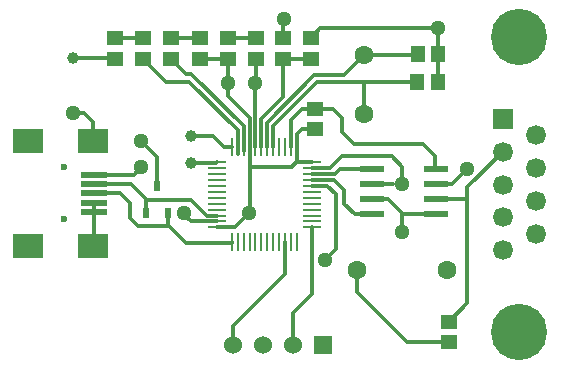
<source format=gbr>
G04 This is an RS-274x file exported by *
G04 gerbv version 2.6A *
G04 More information is available about gerbv at *
G04 http://gerbv.geda-project.org/ *
G04 --End of header info--*
%MOIN*%
%FSLAX34Y34*%
%IPPOS*%
G04 --Define apertures--*
%ADD10R,0.0787X0.0236*%
%ADD11R,0.0532X0.0453*%
%ADD12R,0.0453X0.0532*%
%ADD13R,0.0236X0.0354*%
%ADD14R,0.0984X0.0787*%
%ADD15R,0.0906X0.0197*%
%ADD16O,0.0610X0.0098*%
%ADD17O,0.0098X0.0610*%
%ADD18C,0.0118*%
%ADD19C,0.0630*%
%ADD20C,0.0394*%
%ADD21C,0.0665*%
%ADD22R,0.0665X0.0665*%
%ADD23C,0.1874*%
%ADD24C,0.0600*%
%ADD25R,0.0600X0.0600*%
%ADD26C,0.0236*%
%ADD27C,0.0512*%
G04 --Start main section--*
G54D10*
G01X0030787Y0020266D03*
G01X0030787Y0021266D03*
G01X0030787Y0019766D03*
G01X0030787Y0020766D03*
G01X0028661Y0020266D03*
G01X0028661Y0020766D03*
G01X0028661Y0019766D03*
G01X0028661Y0021266D03*
G54D11*
G01X0031221Y0016181D03*
G01X0031221Y0015492D03*
G01X0026614Y0024941D03*
G01X0026614Y0025630D03*
G01X0025709Y0024931D03*
G01X0025709Y0025620D03*
G01X0022910Y0024931D03*
G01X0022910Y0025620D03*
G01X0021972Y0024931D03*
G01X0021972Y0025620D03*
G01X0024784Y0024931D03*
G01X0024784Y0025620D03*
G01X0023846Y0024931D03*
G01X0023846Y0025620D03*
G01X0020098Y0024931D03*
G01X0020098Y0025620D03*
G01X0021035Y0024931D03*
G01X0021035Y0025620D03*
G01X0026772Y0023278D03*
G01X0026772Y0022589D03*
G54D12*
G01X0030167Y0024163D03*
G01X0030856Y0024163D03*
G01X0030177Y0025089D03*
G01X0030866Y0025089D03*
G54D13*
G01X0021496Y0020689D03*
G01X0021870Y0019784D03*
G01X0021122Y0019784D03*
G54D14*
G01X0017197Y0018698D03*
G01X0017197Y0022202D03*
G01X0019362Y0022202D03*
G01X0019362Y0018698D03*
G54D15*
G01X0019402Y0021080D03*
G01X0019402Y0020765D03*
G01X0019402Y0020450D03*
G01X0019402Y0020135D03*
G01X0019402Y0019820D03*
G54D16*
G01X0026654Y0021486D03*
G01X0026654Y0021289D03*
G01X0026654Y0021093D03*
G01X0026654Y0020896D03*
G01X0026654Y0020699D03*
G01X0026654Y0020502D03*
G01X0026654Y0020305D03*
G01X0026654Y0020108D03*
G01X0026654Y0019911D03*
G01X0026654Y0019715D03*
G01X0026654Y0019518D03*
G01X0026654Y0019321D03*
G01X0023484Y0019321D03*
G01X0023484Y0019518D03*
G01X0023484Y0019715D03*
G01X0023484Y0019911D03*
G01X0023484Y0020108D03*
G01X0023484Y0020305D03*
G01X0023484Y0020502D03*
G01X0023484Y0020699D03*
G01X0023484Y0020896D03*
G01X0023484Y0021093D03*
G01X0023484Y0021289D03*
G01X0023484Y0021486D03*
G54D17*
G01X0026152Y0018819D03*
G01X0025955Y0018819D03*
G01X0025758Y0018819D03*
G01X0025561Y0018819D03*
G01X0025364Y0018819D03*
G01X0025167Y0018819D03*
G01X0024971Y0018819D03*
G01X0024774Y0018819D03*
G01X0024577Y0018819D03*
G01X0024380Y0018819D03*
G01X0024183Y0018819D03*
G01X0023986Y0018819D03*
G01X0023986Y0021988D03*
G01X0024183Y0021988D03*
G01X0024380Y0021988D03*
G01X0024577Y0021988D03*
G01X0024774Y0021988D03*
G01X0024971Y0021988D03*
G01X0025167Y0021988D03*
G01X0025364Y0021988D03*
G01X0025561Y0021988D03*
G01X0025758Y0021988D03*
G01X0025955Y0021988D03*
G01X0026152Y0021988D03*
G54D18*
G01X0023846Y0023693D02*
G01X0023846Y0024931D01*
G01X0024085Y0019321D02*
G01X0024557Y0019793D01*
G01X0027392Y0020896D02*
G01X0027736Y0020551D01*
G01X0027736Y0020108D02*
G01X0027736Y0020551D01*
G01X0027736Y0020108D02*
G01X0028079Y0019766D01*
G01X0026654Y0020896D02*
G01X0027392Y0020896D01*
G01X0028079Y0019766D02*
G01X0028661Y0019766D01*
G01X0025758Y0017756D02*
G01X0025758Y0018819D01*
G01X0024034Y0016032D02*
G01X0025758Y0017756D01*
G01X0024034Y0015394D02*
G01X0024034Y0016032D01*
G01X0026034Y0016476D02*
G01X0026654Y0017097D01*
G01X0026034Y0015394D02*
G01X0026034Y0016476D01*
G01X0022402Y0019734D02*
G01X0022402Y0019793D01*
G01X0028661Y0020766D02*
G01X0029352Y0020766D01*
G01X0028661Y0020266D02*
G01X0029183Y0020266D01*
G01X0026654Y0021093D02*
G01X0027421Y0021093D01*
G01X0027421Y0021093D02*
G01X0027595Y0021266D01*
G01X0027595Y0021266D02*
G01X0028661Y0021266D01*
G01X0022447Y0018813D02*
G01X0023981Y0018813D01*
G01X0021870Y0019390D02*
G01X0022447Y0018813D01*
G01X0023981Y0018813D02*
G01X0023986Y0018819D01*
G01X0023161Y0019715D02*
G01X0023484Y0019715D01*
G01X0022639Y0020236D02*
G01X0023161Y0019715D01*
G01X0021142Y0020236D02*
G01X0022639Y0020236D01*
G01X0025709Y0024931D02*
G01X0025719Y0024941D01*
G01X0025719Y0024941D02*
G01X0026614Y0024941D01*
G01X0020079Y0024951D02*
G01X0020098Y0024931D01*
G01X0018691Y0024951D02*
G01X0020079Y0024951D01*
G01X0023474Y0021476D02*
G01X0023484Y0021486D01*
G01X0022638Y0021476D02*
G01X0023474Y0021476D01*
G01X0023711Y0021988D02*
G01X0023986Y0021988D01*
G01X0023347Y0022352D02*
G01X0023711Y0021988D01*
G01X0022628Y0022352D02*
G01X0023347Y0022352D01*
G01X0020098Y0025620D02*
G01X0021035Y0025620D01*
G01X0021972Y0025620D02*
G01X0022910Y0025620D01*
G01X0023846Y0025620D02*
G01X0024784Y0025620D01*
G01X0024183Y0021777D02*
G01X0024188Y0021772D01*
G01X0021035Y0024931D02*
G01X0021803Y0024163D01*
G01X0021972Y0024931D02*
G01X0022465Y0024439D01*
G01X0022910Y0024931D02*
G01X0023846Y0024931D01*
G01X0024774Y0021988D02*
G01X0024774Y0023573D01*
G01X0020616Y0020762D02*
G01X0021122Y0020256D01*
G01X0019404Y0020762D02*
G01X0020616Y0020762D01*
G01X0019402Y0020765D02*
G01X0019404Y0020762D01*
G01X0019402Y0019820D02*
G01X0019402Y0020135D01*
G01X0021870Y0019784D02*
G01X0021870Y0019823D01*
G01X0021870Y0019390D02*
G01X0021870Y0019784D01*
G01X0021870Y0019370D02*
G01X0021870Y0019390D01*
G01X0020866Y0019370D02*
G01X0021870Y0019370D01*
G01X0020591Y0019646D02*
G01X0020866Y0019370D01*
G01X0020591Y0019646D02*
G01X0020591Y0020118D01*
G01X0020259Y0020450D02*
G01X0020591Y0020118D01*
G01X0019402Y0020450D02*
G01X0020259Y0020450D01*
G01X0021122Y0020256D02*
G01X0021142Y0020236D01*
G01X0021122Y0019823D02*
G01X0021122Y0020256D01*
G01X0026152Y0021496D02*
G01X0026152Y0021988D01*
G01X0026142Y0021486D02*
G01X0026152Y0021496D01*
G01X0026142Y0021486D02*
G01X0026654Y0021486D01*
G01X0025994Y0021339D02*
G01X0026142Y0021486D01*
G01X0024577Y0021339D02*
G01X0024577Y0021988D01*
G01X0024577Y0021988D02*
G01X0024577Y0021988D01*
G01X0024577Y0021339D02*
G01X0024577Y0021339D01*
G01X0024577Y0021339D02*
G01X0025994Y0021339D01*
G01X0023484Y0019321D02*
G01X0024085Y0019321D01*
G01X0024557Y0019784D02*
G01X0024557Y0019793D01*
G01X0027717Y0024390D02*
G01X0028386Y0025059D01*
G01X0024971Y0022456D02*
G01X0024971Y0022456D01*
G01X0024971Y0021988D02*
G01X0024971Y0022456D01*
G01X0026654Y0020699D02*
G01X0027175Y0020699D01*
G01X0027175Y0020699D02*
G01X0027451Y0020423D01*
G01X0027451Y0018602D02*
G01X0027451Y0020423D01*
G01X0027077Y0018228D02*
G01X0027451Y0018602D01*
G01X0026654Y0017097D02*
G01X0026654Y0019321D01*
G01X0018691Y0024951D02*
G01X0018691Y0024951D01*
G01X0028386Y0023091D02*
G01X0028386Y0024154D01*
G01X0028376Y0024163D02*
G01X0028386Y0024154D01*
G01X0022402Y0019734D02*
G01X0022618Y0019518D01*
G01X0022618Y0019518D02*
G01X0023484Y0019518D01*
G01X0026339Y0023278D02*
G01X0026772Y0023278D01*
G01X0025955Y0022894D02*
G01X0026339Y0023278D01*
G01X0025955Y0021988D02*
G01X0025955Y0022894D01*
G01X0026152Y0021988D02*
G01X0026152Y0022421D01*
G01X0026152Y0022421D02*
G01X0026319Y0022589D01*
G01X0026319Y0022589D02*
G01X0026772Y0022589D01*
G01X0030758Y0021295D02*
G01X0030787Y0021266D01*
G01X0030758Y0021295D02*
G01X0030758Y0021683D01*
G01X0030345Y0022097D02*
G01X0030758Y0021683D01*
G01X0028071Y0022097D02*
G01X0030345Y0022097D01*
G01X0027667Y0022500D02*
G01X0028071Y0022097D01*
G01X0027667Y0022500D02*
G01X0027667Y0022982D01*
G01X0027372Y0023278D02*
G01X0027667Y0022982D01*
G01X0026772Y0023278D02*
G01X0027372Y0023278D01*
G01X0024784Y0024134D02*
G01X0024784Y0024931D01*
G01X0024774Y0024124D02*
G01X0024784Y0024134D01*
G01X0024774Y0023573D02*
G01X0024774Y0024124D01*
G01X0024774Y0023573D02*
G01X0024774Y0023573D01*
G01X0031221Y0016181D02*
G01X0031841Y0016801D01*
G01X0030787Y0020266D02*
G01X0031841Y0020266D01*
G01X0031841Y0016801D02*
G01X0031841Y0020266D01*
G01X0029813Y0015492D02*
G01X0031221Y0015492D01*
G01X0028156Y0017150D02*
G01X0029813Y0015492D01*
G01X0028156Y0017150D02*
G01X0028156Y0017884D01*
G01X0031317Y0020766D02*
G01X0031831Y0021279D01*
G01X0030787Y0020766D02*
G01X0031317Y0020766D01*
G01X0031841Y0020266D02*
G01X0031841Y0020665D01*
G01X0028376Y0024163D02*
G01X0030079Y0024163D01*
G01X0030177Y0025000D02*
G01X0030177Y0025059D01*
G01X0030177Y0025059D02*
G01X0030177Y0025089D01*
G01X0030866Y0024173D02*
G01X0030866Y0025089D01*
G01X0030856Y0024163D02*
G01X0030866Y0024173D01*
G01X0030866Y0025089D02*
G01X0030866Y0025955D01*
G01X0026654Y0021289D02*
G01X0027244Y0021289D01*
G01X0027244Y0021289D02*
G01X0027658Y0021703D01*
G01X0027658Y0021703D02*
G01X0029321Y0021703D01*
G01X0029321Y0021703D02*
G01X0029675Y0021348D01*
G01X0029675Y0020758D02*
G01X0029675Y0021348D01*
G01X0019402Y0018737D02*
G01X0019402Y0019820D01*
G01X0019362Y0018698D02*
G01X0019402Y0018737D01*
G01X0025709Y0025620D02*
G01X0025709Y0026270D01*
G01X0025709Y0026270D02*
G01X0025719Y0026279D01*
G01X0021803Y0024163D02*
G01X0022569Y0024163D01*
G01X0022569Y0024163D02*
G01X0024183Y0022549D01*
G01X0024183Y0021988D02*
G01X0024183Y0022549D01*
G01X0022465Y0024439D02*
G01X0022638Y0024439D01*
G01X0022638Y0024439D02*
G01X0024380Y0022697D01*
G01X0024380Y0021988D02*
G01X0024380Y0022697D01*
G01X0024577Y0021988D02*
G01X0024577Y0022963D01*
G01X0025364Y0021988D02*
G01X0025364Y0022687D01*
G01X0025364Y0022687D02*
G01X0026841Y0024163D01*
G01X0026841Y0024163D02*
G01X0028376Y0024163D01*
G01X0025167Y0021988D02*
G01X0025167Y0022815D01*
G01X0025167Y0022815D02*
G01X0026742Y0024390D01*
G01X0026742Y0024390D02*
G01X0027717Y0024390D01*
G01X0024971Y0022456D02*
G01X0024971Y0022933D01*
G01X0024971Y0022933D02*
G01X0025709Y0023671D01*
G01X0025709Y0023671D02*
G01X0025709Y0024931D01*
G01X0023846Y0023693D02*
G01X0024577Y0022963D01*
G01X0024577Y0019803D02*
G01X0024577Y0021339D01*
G01X0024557Y0019784D02*
G01X0024577Y0019803D01*
G01X0019362Y0022202D02*
G01X0019362Y0022823D01*
G01X0019055Y0023130D02*
G01X0019362Y0022823D01*
G01X0018750Y0023130D02*
G01X0019055Y0023130D01*
G01X0028386Y0025059D02*
G01X0030177Y0025059D01*
G01X0024183Y0021777D02*
G01X0024183Y0022529D01*
G01X0024380Y0021859D02*
G01X0024380Y0022697D01*
G01X0030079Y0024163D02*
G01X0030177Y0024065D01*
G01X0020974Y0022195D02*
G01X0021496Y0021673D01*
G01X0021496Y0020689D02*
G01X0021496Y0021673D01*
G01X0019402Y0021080D02*
G01X0020726Y0021080D01*
G01X0020726Y0021080D02*
G01X0020974Y0021329D01*
G01X0026614Y0025630D02*
G01X0026939Y0025955D01*
G01X0026939Y0025955D02*
G01X0030866Y0025955D01*
G01X0031841Y0020665D02*
G01X0033014Y0021839D01*
G01X0029183Y0020266D02*
G01X0029683Y0019766D01*
G01X0029683Y0019766D02*
G01X0030787Y0019766D01*
G01X0029675Y0019154D02*
G01X0029675Y0019758D01*
G01X0029675Y0019758D02*
G01X0029683Y0019766D01*
G54D19*
G01X0028156Y0017884D03*
G01X0031156Y0017884D03*
G01X0028386Y0025059D03*
G01X0028386Y0023091D03*
G54D20*
G01X0018691Y0024951D03*
G01X0022638Y0021476D03*
G01X0022628Y0022352D03*
G54D21*
G01X0033014Y0018567D03*
G01X0034132Y0019112D03*
G01X0033014Y0019658D03*
G01X0034132Y0020203D03*
G01X0033014Y0020748D03*
G01X0034132Y0021293D03*
G01X0033014Y0021839D03*
G01X0034132Y0022384D03*
G54D22*
G01X0033014Y0022929D03*
G54D23*
G01X0033573Y0025667D03*
G01X0033573Y0015829D03*
G54D24*
G01X0025034Y0015394D03*
G01X0026034Y0015394D03*
G01X0024034Y0015394D03*
G54D25*
G01X0027034Y0015394D03*
G54D26*
G01X0018378Y0019584D03*
G01X0018378Y0021316D03*
G54D27*
G01X0022402Y0019793D03*
G01X0029675Y0019154D03*
G01X0024557Y0019784D03*
G01X0027077Y0018228D03*
G01X0020974Y0021329D03*
G01X0024774Y0024124D03*
G01X0020974Y0022195D03*
G01X0029675Y0020758D03*
G01X0031831Y0021279D03*
G01X0030866Y0025955D03*
G01X0025719Y0026279D03*
G01X0023848Y0024124D03*
G01X0018691Y0023130D03*
M02*

</source>
